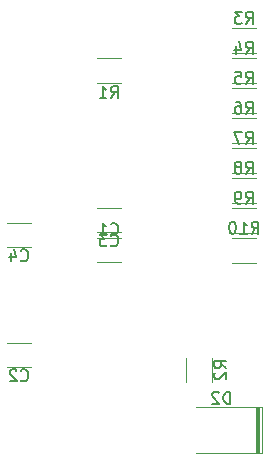
<source format=gbr>
G04 #@! TF.FileFunction,Legend,Bot*
%FSLAX46Y46*%
G04 Gerber Fmt 4.6, Leading zero omitted, Abs format (unit mm)*
G04 Created by KiCad (PCBNEW 4.0.7) date 12/12/18 08:31:08*
%MOMM*%
%LPD*%
G01*
G04 APERTURE LIST*
%ADD10C,0.100000*%
%ADD11C,0.120000*%
%ADD12C,0.150000*%
G04 APERTURE END LIST*
D10*
D11*
X139430000Y-91190000D02*
X137430000Y-91190000D01*
X137430000Y-89150000D02*
X139430000Y-89150000D01*
X145050000Y-90420000D02*
X147050000Y-90420000D01*
X147050000Y-92460000D02*
X145050000Y-92460000D01*
X139430000Y-101350000D02*
X137430000Y-101350000D01*
X137430000Y-99310000D02*
X139430000Y-99310000D01*
X147050000Y-89920000D02*
X145050000Y-89920000D01*
X145050000Y-87880000D02*
X147050000Y-87880000D01*
X145050000Y-77270000D02*
X147050000Y-77270000D01*
X147050000Y-75130000D02*
X145050000Y-75130000D01*
X152600000Y-100600000D02*
X152600000Y-102600000D01*
X154740000Y-102600000D02*
X154740000Y-100600000D01*
X156480000Y-74730000D02*
X158480000Y-74730000D01*
X158480000Y-72590000D02*
X156480000Y-72590000D01*
X156480000Y-77270000D02*
X158480000Y-77270000D01*
X158480000Y-75130000D02*
X156480000Y-75130000D01*
X156480000Y-79810000D02*
X158480000Y-79810000D01*
X158480000Y-77670000D02*
X156480000Y-77670000D01*
X156480000Y-82350000D02*
X158480000Y-82350000D01*
X158480000Y-80210000D02*
X156480000Y-80210000D01*
X156480000Y-84890000D02*
X158480000Y-84890000D01*
X158480000Y-82750000D02*
X156480000Y-82750000D01*
X156480000Y-87430000D02*
X158480000Y-87430000D01*
X158480000Y-85290000D02*
X156480000Y-85290000D01*
X156480000Y-89970000D02*
X158480000Y-89970000D01*
X158480000Y-87830000D02*
X156480000Y-87830000D01*
X156480000Y-92510000D02*
X158480000Y-92510000D01*
X158480000Y-90370000D02*
X156480000Y-90370000D01*
D10*
X158575000Y-104780000D02*
X158575000Y-108580000D01*
X158675000Y-108580000D02*
X158675000Y-104780000D01*
X158775000Y-108580000D02*
X158775000Y-104780000D01*
X158475000Y-104780000D02*
X158475000Y-108580000D01*
D11*
X159035000Y-104730000D02*
X159035000Y-108630000D01*
X159035000Y-108630000D02*
X153425000Y-108630000D01*
X159035000Y-104730000D02*
X153425000Y-104730000D01*
D12*
X138596666Y-92277143D02*
X138644285Y-92324762D01*
X138787142Y-92372381D01*
X138882380Y-92372381D01*
X139025238Y-92324762D01*
X139120476Y-92229524D01*
X139168095Y-92134286D01*
X139215714Y-91943810D01*
X139215714Y-91800952D01*
X139168095Y-91610476D01*
X139120476Y-91515238D01*
X139025238Y-91420000D01*
X138882380Y-91372381D01*
X138787142Y-91372381D01*
X138644285Y-91420000D01*
X138596666Y-91467619D01*
X137739523Y-91705714D02*
X137739523Y-92372381D01*
X137977619Y-91324762D02*
X138215714Y-92039048D01*
X137596666Y-92039048D01*
X146216666Y-90047143D02*
X146264285Y-90094762D01*
X146407142Y-90142381D01*
X146502380Y-90142381D01*
X146645238Y-90094762D01*
X146740476Y-89999524D01*
X146788095Y-89904286D01*
X146835714Y-89713810D01*
X146835714Y-89570952D01*
X146788095Y-89380476D01*
X146740476Y-89285238D01*
X146645238Y-89190000D01*
X146502380Y-89142381D01*
X146407142Y-89142381D01*
X146264285Y-89190000D01*
X146216666Y-89237619D01*
X145264285Y-90142381D02*
X145835714Y-90142381D01*
X145550000Y-90142381D02*
X145550000Y-89142381D01*
X145645238Y-89285238D01*
X145740476Y-89380476D01*
X145835714Y-89428095D01*
X138596666Y-102437143D02*
X138644285Y-102484762D01*
X138787142Y-102532381D01*
X138882380Y-102532381D01*
X139025238Y-102484762D01*
X139120476Y-102389524D01*
X139168095Y-102294286D01*
X139215714Y-102103810D01*
X139215714Y-101960952D01*
X139168095Y-101770476D01*
X139120476Y-101675238D01*
X139025238Y-101580000D01*
X138882380Y-101532381D01*
X138787142Y-101532381D01*
X138644285Y-101580000D01*
X138596666Y-101627619D01*
X138215714Y-101627619D02*
X138168095Y-101580000D01*
X138072857Y-101532381D01*
X137834761Y-101532381D01*
X137739523Y-101580000D01*
X137691904Y-101627619D01*
X137644285Y-101722857D01*
X137644285Y-101818095D01*
X137691904Y-101960952D01*
X138263333Y-102532381D01*
X137644285Y-102532381D01*
X146216666Y-91007143D02*
X146264285Y-91054762D01*
X146407142Y-91102381D01*
X146502380Y-91102381D01*
X146645238Y-91054762D01*
X146740476Y-90959524D01*
X146788095Y-90864286D01*
X146835714Y-90673810D01*
X146835714Y-90530952D01*
X146788095Y-90340476D01*
X146740476Y-90245238D01*
X146645238Y-90150000D01*
X146502380Y-90102381D01*
X146407142Y-90102381D01*
X146264285Y-90150000D01*
X146216666Y-90197619D01*
X145883333Y-90102381D02*
X145264285Y-90102381D01*
X145597619Y-90483333D01*
X145454761Y-90483333D01*
X145359523Y-90530952D01*
X145311904Y-90578571D01*
X145264285Y-90673810D01*
X145264285Y-90911905D01*
X145311904Y-91007143D01*
X145359523Y-91054762D01*
X145454761Y-91102381D01*
X145740476Y-91102381D01*
X145835714Y-91054762D01*
X145883333Y-91007143D01*
X146216666Y-78557381D02*
X146550000Y-78081190D01*
X146788095Y-78557381D02*
X146788095Y-77557381D01*
X146407142Y-77557381D01*
X146311904Y-77605000D01*
X146264285Y-77652619D01*
X146216666Y-77747857D01*
X146216666Y-77890714D01*
X146264285Y-77985952D01*
X146311904Y-78033571D01*
X146407142Y-78081190D01*
X146788095Y-78081190D01*
X145264285Y-78557381D02*
X145835714Y-78557381D01*
X145550000Y-78557381D02*
X145550000Y-77557381D01*
X145645238Y-77700238D01*
X145740476Y-77795476D01*
X145835714Y-77843095D01*
X155972381Y-101433334D02*
X155496190Y-101100000D01*
X155972381Y-100861905D02*
X154972381Y-100861905D01*
X154972381Y-101242858D01*
X155020000Y-101338096D01*
X155067619Y-101385715D01*
X155162857Y-101433334D01*
X155305714Y-101433334D01*
X155400952Y-101385715D01*
X155448571Y-101338096D01*
X155496190Y-101242858D01*
X155496190Y-100861905D01*
X155067619Y-101814286D02*
X155020000Y-101861905D01*
X154972381Y-101957143D01*
X154972381Y-102195239D01*
X155020000Y-102290477D01*
X155067619Y-102338096D01*
X155162857Y-102385715D01*
X155258095Y-102385715D01*
X155400952Y-102338096D01*
X155972381Y-101766667D01*
X155972381Y-102385715D01*
X157646666Y-72262381D02*
X157980000Y-71786190D01*
X158218095Y-72262381D02*
X158218095Y-71262381D01*
X157837142Y-71262381D01*
X157741904Y-71310000D01*
X157694285Y-71357619D01*
X157646666Y-71452857D01*
X157646666Y-71595714D01*
X157694285Y-71690952D01*
X157741904Y-71738571D01*
X157837142Y-71786190D01*
X158218095Y-71786190D01*
X157313333Y-71262381D02*
X156694285Y-71262381D01*
X157027619Y-71643333D01*
X156884761Y-71643333D01*
X156789523Y-71690952D01*
X156741904Y-71738571D01*
X156694285Y-71833810D01*
X156694285Y-72071905D01*
X156741904Y-72167143D01*
X156789523Y-72214762D01*
X156884761Y-72262381D01*
X157170476Y-72262381D01*
X157265714Y-72214762D01*
X157313333Y-72167143D01*
X157646666Y-74802381D02*
X157980000Y-74326190D01*
X158218095Y-74802381D02*
X158218095Y-73802381D01*
X157837142Y-73802381D01*
X157741904Y-73850000D01*
X157694285Y-73897619D01*
X157646666Y-73992857D01*
X157646666Y-74135714D01*
X157694285Y-74230952D01*
X157741904Y-74278571D01*
X157837142Y-74326190D01*
X158218095Y-74326190D01*
X156789523Y-74135714D02*
X156789523Y-74802381D01*
X157027619Y-73754762D02*
X157265714Y-74469048D01*
X156646666Y-74469048D01*
X157646666Y-77342381D02*
X157980000Y-76866190D01*
X158218095Y-77342381D02*
X158218095Y-76342381D01*
X157837142Y-76342381D01*
X157741904Y-76390000D01*
X157694285Y-76437619D01*
X157646666Y-76532857D01*
X157646666Y-76675714D01*
X157694285Y-76770952D01*
X157741904Y-76818571D01*
X157837142Y-76866190D01*
X158218095Y-76866190D01*
X156741904Y-76342381D02*
X157218095Y-76342381D01*
X157265714Y-76818571D01*
X157218095Y-76770952D01*
X157122857Y-76723333D01*
X156884761Y-76723333D01*
X156789523Y-76770952D01*
X156741904Y-76818571D01*
X156694285Y-76913810D01*
X156694285Y-77151905D01*
X156741904Y-77247143D01*
X156789523Y-77294762D01*
X156884761Y-77342381D01*
X157122857Y-77342381D01*
X157218095Y-77294762D01*
X157265714Y-77247143D01*
X157646666Y-79882381D02*
X157980000Y-79406190D01*
X158218095Y-79882381D02*
X158218095Y-78882381D01*
X157837142Y-78882381D01*
X157741904Y-78930000D01*
X157694285Y-78977619D01*
X157646666Y-79072857D01*
X157646666Y-79215714D01*
X157694285Y-79310952D01*
X157741904Y-79358571D01*
X157837142Y-79406190D01*
X158218095Y-79406190D01*
X156789523Y-78882381D02*
X156980000Y-78882381D01*
X157075238Y-78930000D01*
X157122857Y-78977619D01*
X157218095Y-79120476D01*
X157265714Y-79310952D01*
X157265714Y-79691905D01*
X157218095Y-79787143D01*
X157170476Y-79834762D01*
X157075238Y-79882381D01*
X156884761Y-79882381D01*
X156789523Y-79834762D01*
X156741904Y-79787143D01*
X156694285Y-79691905D01*
X156694285Y-79453810D01*
X156741904Y-79358571D01*
X156789523Y-79310952D01*
X156884761Y-79263333D01*
X157075238Y-79263333D01*
X157170476Y-79310952D01*
X157218095Y-79358571D01*
X157265714Y-79453810D01*
X157646666Y-82422381D02*
X157980000Y-81946190D01*
X158218095Y-82422381D02*
X158218095Y-81422381D01*
X157837142Y-81422381D01*
X157741904Y-81470000D01*
X157694285Y-81517619D01*
X157646666Y-81612857D01*
X157646666Y-81755714D01*
X157694285Y-81850952D01*
X157741904Y-81898571D01*
X157837142Y-81946190D01*
X158218095Y-81946190D01*
X157313333Y-81422381D02*
X156646666Y-81422381D01*
X157075238Y-82422381D01*
X157646666Y-84962381D02*
X157980000Y-84486190D01*
X158218095Y-84962381D02*
X158218095Y-83962381D01*
X157837142Y-83962381D01*
X157741904Y-84010000D01*
X157694285Y-84057619D01*
X157646666Y-84152857D01*
X157646666Y-84295714D01*
X157694285Y-84390952D01*
X157741904Y-84438571D01*
X157837142Y-84486190D01*
X158218095Y-84486190D01*
X157075238Y-84390952D02*
X157170476Y-84343333D01*
X157218095Y-84295714D01*
X157265714Y-84200476D01*
X157265714Y-84152857D01*
X157218095Y-84057619D01*
X157170476Y-84010000D01*
X157075238Y-83962381D01*
X156884761Y-83962381D01*
X156789523Y-84010000D01*
X156741904Y-84057619D01*
X156694285Y-84152857D01*
X156694285Y-84200476D01*
X156741904Y-84295714D01*
X156789523Y-84343333D01*
X156884761Y-84390952D01*
X157075238Y-84390952D01*
X157170476Y-84438571D01*
X157218095Y-84486190D01*
X157265714Y-84581429D01*
X157265714Y-84771905D01*
X157218095Y-84867143D01*
X157170476Y-84914762D01*
X157075238Y-84962381D01*
X156884761Y-84962381D01*
X156789523Y-84914762D01*
X156741904Y-84867143D01*
X156694285Y-84771905D01*
X156694285Y-84581429D01*
X156741904Y-84486190D01*
X156789523Y-84438571D01*
X156884761Y-84390952D01*
X157646666Y-87502381D02*
X157980000Y-87026190D01*
X158218095Y-87502381D02*
X158218095Y-86502381D01*
X157837142Y-86502381D01*
X157741904Y-86550000D01*
X157694285Y-86597619D01*
X157646666Y-86692857D01*
X157646666Y-86835714D01*
X157694285Y-86930952D01*
X157741904Y-86978571D01*
X157837142Y-87026190D01*
X158218095Y-87026190D01*
X157170476Y-87502381D02*
X156980000Y-87502381D01*
X156884761Y-87454762D01*
X156837142Y-87407143D01*
X156741904Y-87264286D01*
X156694285Y-87073810D01*
X156694285Y-86692857D01*
X156741904Y-86597619D01*
X156789523Y-86550000D01*
X156884761Y-86502381D01*
X157075238Y-86502381D01*
X157170476Y-86550000D01*
X157218095Y-86597619D01*
X157265714Y-86692857D01*
X157265714Y-86930952D01*
X157218095Y-87026190D01*
X157170476Y-87073810D01*
X157075238Y-87121429D01*
X156884761Y-87121429D01*
X156789523Y-87073810D01*
X156741904Y-87026190D01*
X156694285Y-86930952D01*
X158122857Y-90042381D02*
X158456191Y-89566190D01*
X158694286Y-90042381D02*
X158694286Y-89042381D01*
X158313333Y-89042381D01*
X158218095Y-89090000D01*
X158170476Y-89137619D01*
X158122857Y-89232857D01*
X158122857Y-89375714D01*
X158170476Y-89470952D01*
X158218095Y-89518571D01*
X158313333Y-89566190D01*
X158694286Y-89566190D01*
X157170476Y-90042381D02*
X157741905Y-90042381D01*
X157456191Y-90042381D02*
X157456191Y-89042381D01*
X157551429Y-89185238D01*
X157646667Y-89280476D01*
X157741905Y-89328095D01*
X156551429Y-89042381D02*
X156456190Y-89042381D01*
X156360952Y-89090000D01*
X156313333Y-89137619D01*
X156265714Y-89232857D01*
X156218095Y-89423333D01*
X156218095Y-89661429D01*
X156265714Y-89851905D01*
X156313333Y-89947143D01*
X156360952Y-89994762D01*
X156456190Y-90042381D01*
X156551429Y-90042381D01*
X156646667Y-89994762D01*
X156694286Y-89947143D01*
X156741905Y-89851905D01*
X156789524Y-89661429D01*
X156789524Y-89423333D01*
X156741905Y-89232857D01*
X156694286Y-89137619D01*
X156646667Y-89090000D01*
X156551429Y-89042381D01*
X156313095Y-104432381D02*
X156313095Y-103432381D01*
X156075000Y-103432381D01*
X155932142Y-103480000D01*
X155836904Y-103575238D01*
X155789285Y-103670476D01*
X155741666Y-103860952D01*
X155741666Y-104003810D01*
X155789285Y-104194286D01*
X155836904Y-104289524D01*
X155932142Y-104384762D01*
X156075000Y-104432381D01*
X156313095Y-104432381D01*
X155360714Y-103527619D02*
X155313095Y-103480000D01*
X155217857Y-103432381D01*
X154979761Y-103432381D01*
X154884523Y-103480000D01*
X154836904Y-103527619D01*
X154789285Y-103622857D01*
X154789285Y-103718095D01*
X154836904Y-103860952D01*
X155408333Y-104432381D01*
X154789285Y-104432381D01*
M02*

</source>
